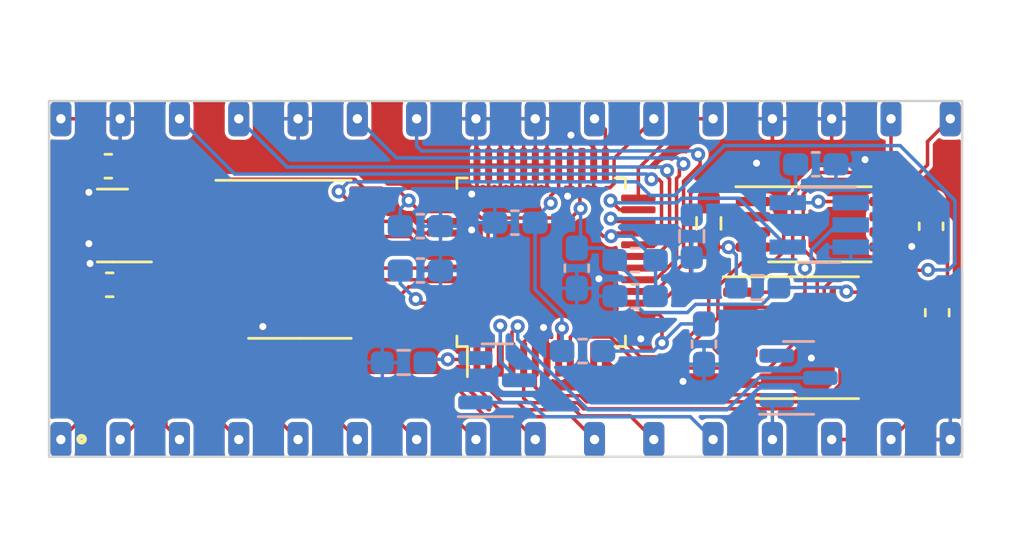
<source format=kicad_pcb>
(kicad_pcb (version 20221018) (generator pcbnew)
  (layers (0 "F.Cu" signal) (31 "B.Cu" signal) (34 "B.Paste" user) (35 "F.Paste" user) (36 "B.SilkS" user "B.Silkscreen") (37 "F.SilkS" user "F.Silkscreen") (38 "B.Mask" user) (39 "F.Mask" user) (44 "Edge.Cuts" user))
  (net 0 "")
  (net 1 "GND")
  (net 2 "/V3P3A")
  (net 3 "+3.3V")
  (net 4 "+5V")
  (net 5 "/V1P8")
  (net 6 "/V1P8A")
  (net 7 "Net-(U4-ISET)")
  (net 8 "/P1LED1")
  (net 9 "Net-(U4-EED_IO)")
  (net 10 "Net-(U5-DI)")
  (net 11 "/~{WE}")
  (net 12 "Net-(U3-A->B)")
  (net 13 "/~{CS}")
  (net 14 "Net-(U2-Pad4)")
  (net 15 "Net-(U3-CE)")
  (net 16 "Net-(U4-CMD)")
  (net 17 "/~{CMD}")
  (net 18 "Net-(U4-~{WR})")
  (net 19 "/D0")
  (net 20 "/D1")
  (net 21 "/D2")
  (net 22 "/D3")
  (net 23 "/D4")
  (net 24 "/D5")
  (net 25 "/D6")
  (net 26 "/D7")
  (net 27 "Net-(U3-B7)")
  (net 28 "Net-(U3-B6)")
  (net 29 "Net-(U3-B5)")
  (net 30 "Net-(U3-B4)")
  (net 31 "Net-(U3-B3)")
  (net 32 "Net-(U3-B2)")
  (net 33 "Net-(U3-B1)")
  (net 34 "Net-(U3-B0)")
  (net 35 "/P1LED0")
  (net 36 "/PME")
  (net 37 "/~{INTR}")
  (net 38 "Net-(U4-EESK)")
  (net 39 "Net-(U4-EECS)")
  (net 40 "/RXP1")
  (net 41 "/RXM1")
  (net 42 "/TXP1")
  (net 43 "/TXM1")
  (net 44 "Net-(U4-~{RST})")
  (net 45 "/XTAL1")
  (net 46 "/XTAL2")
  (net 48 "/~{RST}")
  (net 49 "Net-(D1-K)")
  (net 50 "Net-(D2-K)")
  (net 51 "Net-(U2-Pad2)")
  (footprint "Package_SO:TSSOP-20_4.4x6.5mm_P0.65mm" (layer "F.Cu") (at 128.1362 57.8198)
    (fp_text reference "U3" hide)
    (fp_text value "74LVC245")
  )
  (footprint "Package_SO:TSSOP-14_4.4x5mm_P0.65mm" (layer "F.Cu") (at 149.8709 61.1784)
    (fp_text reference "U2" hide)
    (fp_text value "74LVC04")
  )
  (footprint "Package_SO:TSSOP-8_4.4x3mm_P0.65mm" (layer "F.Cu") (at 150.412 56.3212)
    (fp_text reference "U5" hide)
    (fp_text value "93CxxA")
  )
  (footprint "Package_QFP:LQFP-48_7x7mm_P0.5mm" (layer "F.Cu") (at 138.474 57.9468 90)
    (fp_text reference "U4" hide)
    (fp_text value "KSZ8851-11MLL")
  )
  (footprint "Capacitor_SMD:C_0603_1608Metric_Pad1.08x0.95mm_HandSolder" (layer "F.Cu") (at 155.4412 60.1058 -90)
    (fp_text reference "C9" hide)
    (fp_text value "4.7u")
  )
  (footprint "Resistor_SMD:R_0603_1608Metric_Pad0.98x0.95mm_HandSolder" (layer "F.Cu") (at 145.6545 56.2802 -90)
    (fp_text reference "R6" hide)
    (fp_text value "0")
  )
  (footprint "anachron:DIP-32_pin_header" (layer "F.Cu") (at 142.03 58.67 90)
    (fp_text reference "SOCKET2" hide)
    (fp_text value "Conn_02x20_Counter_Clockwise")
  )
  (footprint "Capacitor_SMD:C_0603_1608Metric_Pad1.08x0.95mm_HandSolder" (layer "F.Cu") (at 119.932 53.832 180)
    (fp_text reference "C3" hide)
    (fp_text value "4.7u")
  )
  (footprint "Package_TO_SOT_SMD:SOT-23" (layer "F.Cu") (at 120.1075 56.372 180)
    (fp_text reference "U1" hide)
    (fp_text value "LM3480-3.3")
  )
  (footprint "Capacitor_SMD:C_0603_1608Metric_Pad1.08x0.95mm_HandSolder" (layer "F.Cu") (at 155.1795 56.4072 -90)
    (fp_text reference "C4" hide)
    (fp_text value "4.7u")
  )
  (footprint "Capacitor_SMD:C_0603_1608Metric_Pad1.08x0.95mm_HandSolder" (layer "F.Cu") (at 119.99 58.912 180)
    (fp_text reference "C13" hide)
    (fp_text value "4.7u")
  )
  (footprint "Inductor_SMD:L_0603_1608Metric_Pad1.05x0.95mm_HandSolder" (layer "B.Cu") (at 142.5 57.85)
    (fp_text reference "FB1" hide)
    (fp_text value "FerriteBead_Small")
  )
  (footprint "Capacitor_SMD:C_0603_1608Metric_Pad1.08x0.95mm_HandSolder" (layer "B.Cu") (at 150.2375 53.75)
    (fp_text reference "C5" hide)
    (fp_text value "4.7u")
  )
  (footprint "Capacitor_SMD:C_0603_1608Metric_Pad1.08x0.95mm_HandSolder" (layer "B.Cu") (at 133.3 56.4)
    (fp_text reference "C6" hide)
    (fp_text value "4.7u")
  )
  (footprint "Capacitor_SMD:C_0603_1608Metric_Pad1.08x0.95mm_HandSolder" (layer "B.Cu") (at 133.3 58.3)
    (fp_text reference "C7" hide)
    (fp_text value "4.7u")
  )
  (footprint "Package_TO_SOT_SMD:SOT-23" (layer "B.Cu") (at 136.5944 63.0014)
    (fp_text reference "D1" hide)
    (fp_text value "BAT54")
  )
  (footprint "Capacitor_SMD:C_0603_1608Metric_Pad1.08x0.95mm_HandSolder" (layer "B.Cu") (at 137.35 56.25 180)
    (fp_text reference "C11" hide)
    (fp_text value "4.7u")
  )
  (footprint "Resistor_SMD:R_0603_1608Metric_Pad0.98x0.95mm_HandSolder" (layer "B.Cu") (at 147.7459 59.0284)
    (fp_text reference "R3" hide)
    (fp_text value "1k")
  )
  (footprint "Capacitor_SMD:C_0603_1608Metric_Pad1.08x0.95mm_HandSolder" (layer "B.Cu") (at 145.45 61.45 -90)
    (fp_text reference "C12" hide)
    (fp_text value "4.7u")
  )
  (footprint "Capacitor_SMD:C_0603_1608Metric_Pad1.08x0.95mm_HandSolder" (layer "B.Cu") (at 140 58.2 -90)
    (fp_text reference "C8" hide)
    (fp_text value "4.7u")
  )
  (footprint "Resistor_SMD:R_0603_1608Metric_Pad0.98x0.95mm_HandSolder" (layer "B.Cu") (at 132.5812 62.2394)
    (fp_text reference "R2" hide)
    (fp_text value "1k")
  )
  (footprint "Capacitor_SMD:C_0603_1608Metric_Pad1.08x0.95mm_HandSolder" (layer "B.Cu") (at 142.5 59.4 180)
    (fp_text reference "C10" hide)
    (fp_text value "4.7u")
  )
  (footprint "Package_TO_SOT_SMD:SOT-23" (layer "B.Cu") (at 149.5 62.9)
    (fp_text reference "D2" hide)
    (fp_text value "BAT54")
  )
  (footprint "Package_TO_SOT_SMD:SOT-23-5_HandSoldering" (layer "B.Cu") (at 150.3866 56.3466 180)
    (fp_text reference "U6" hide)
    (fp_text value "74LVC1G04")
  )
  (footprint "Inductor_SMD:L_0603_1608Metric_Pad1.05x0.95mm_HandSolder" (layer "B.Cu") (at 140.25 61.75)
    (fp_text reference "FB2" hide)
    (fp_text value "FerriteBead_Small")
  )
  (footprint "Resistor_SMD:R_0603_1608Metric_Pad0.98x0.95mm_HandSolder" (layer "B.Cu") (at 144.9256 56.8292 90)
    (fp_text reference "R1" hide)
    (fp_text value "3.01k")
  )
  (gr_line (start 117.392 66.278) (end 117.392 51.038) (stroke (width 0.1)) (layer "Edge.Cuts"))
  (gr_line (start 117.392 51.038) (end 156.508 51.038) (stroke (width 0.1)) (layer "Edge.Cuts"))
  (gr_line (start 156.508 51.038) (end 156.508 66.278) (stroke (width 0.1)) (layer "Edge.Cuts"))
  (gr_line (start 156.508 66.278) (end 117.392 66.278) (stroke (width 0.1)) (layer "Edge.Cuts"))
  (segment (start 155.1795 57.2697) (end 153.301 57.2697) (width 0.15) (layer "F.Cu") (net 1))
  (segment (start 137.298 55.05) (end 137.224 54.976) (width 0.15) (layer "F.Cu") (net 1))
  (segment (start 135.68 53.7403) (end 135.724 53.7843) (width 0.15) (layer "F.Cu") (net 1))
  (segment (start 138.724 54.826) (end 138.574 54.976) (width 0.15) (layer "F.Cu") (net 1))
  (segment (start 136.224 53.7843) (end 136.224 54.826) (width 0.15) (layer "F.Cu") (net 1))
  (segment (start 136.224 54.826) (end 136.025 55.025) (width 0.15) (layer "F.Cu") (net 1))
  (segment (start 119.0695 54.9195) (end 119.1 54.95) (width 0.15) (layer "F.Cu") (net 1))
  (segment (start 140.947397 58.653692) (end 141.404289 58.1968) (width 0.15) (layer "F.Cu") (net 1))
  (segment (start 138.724 53.7843) (end 138.724 54.826) (width 0.15) (layer "F.Cu") (net 1))
  (segment (start 135.3282 55.1968) (end 135.5 55.025) (width 0.15) (layer "F.Cu") (net 1))
  (segment (start 137.724 55.026) (end 137.7 55.05) (width 0.15) (layer "F.Cu") (net 1))
  (segment (start 138.5756 60.7408) (end 138.724 60.8892) (width 0.15) (layer "F.Cu") (net 1))
  (segment (start 138.224 54.976) (end 138.15 55.05) (width 0.15) (layer "F.Cu") (net 1))
  (segment (start 140.05 52.8) (end 139.75 52.5) (width 0.15) (layer "F.Cu") (net 1))
  (segment (start 135.724 54.801) (end 135.5 55.025) (width 0.15) (layer "F.Cu") (net 1))
  (segment (start 138.22 53.7803) (end 138.224 53.7843) (width 0.15) (layer "F.Cu") (net 1))
  (segment (start 139.724 52.526) (end 139.75 52.5) (width 0.15) (layer "F.Cu") (net 1))
  (segment (start 148.38 53.02) (end 147.7 53.7) (width 0.15) (layer "F.Cu") (net 1))
  (segment (start 126.5052 60.7448) (end 126.55 60.7) (width 0.15) (layer "F.Cu") (net 1))
  (segment (start 136.724 53.7843) (end 136.724 54.976) (width 0.15) (layer "F.Cu") (net 1))
  (segment (start 138.224 53.7843) (end 138.224 54.976) (width 0.15) (layer "F.Cu") (net 1))
  (segment (start 135.129132 56.1968) (end 135.496146 56.563814) (width 0.15) (layer "F.Cu") (net 1))
  (segment (start 137.15 55.05) (end 136.798 55.05) (width 0.15) (layer "F.Cu") (net 1))
  (segment (start 137.224 54.976) (end 137.15 55.05) (width 0.15) (layer "F.Cu") (net 1))
  (segment (start 138.15 55.05) (end 137.748 55.05) (width 0.15) (layer "F.Cu") (net 1))
  (segment (start 140.724 53.7843) (end 140.724 53.046801) (width 0.15) (layer "F.Cu") (net 1))
  (segment (start 138.574 54.976) (end 138.224 54.976) (width 0.15) (layer "F.Cu") (net 1))
  (segment (start 135.68 51.8) (end 135.68 53.7403) (width 0.15) (layer "F.Cu") (net 1))
  (segment (start 140.724 53.046801) (end 140.477199 52.8) (width 0.15) (layer "F.Cu") (net 1))
  (segment (start 138.724 60.8892) (end 138.724 62.5665) (width 0.15) (layer "F.Cu") (net 1))
  (segment (start 139.724 53.7843) (end 139.724 52.526) (width 0.15) (layer "F.Cu") (net 1))
  (segment (start 148.38 51.8) (end 148.38 53.02) (width 0.15) (layer "F.Cu") (net 1))
  (segment (start 140.477199 52.8) (end 140.05 52.8) (width 0.15) (layer "F.Cu") (net 1))
  (segment (start 137.748 55.05) (end 137.724 55.026) (width 0.15) (layer "F.Cu") (net 1))
  (segment (start 142.742175 60.802475) (end 142.6365 60.6968) (width 0.15) (layer "F.Cu") (net 1))
  (segment (start 135.724 53.7843) (end 135.724 54.801) (width 0.15) (layer "F.Cu") (net 1))
  (segment (start 119.17 57.08) (end 119.1 57.15) (width 0.15) (layer "F.Cu") (net 1))
  (segment (start 134.3115 56.1968) (end 135.129132 56.1968) (width 0.15) (layer "F.Cu") (net 1))
  (segment (start 139.724 54.999959) (end 139.608032 55.115927) (width 0.15) (layer "F.Cu") (net 1))
  (segment (start 153.301 57.2697) (end 153.2745 57.2962) (width 0.15) (layer "F.Cu") (net 1))
  (segment (start 136.498 55.1) (end 136.224 54.826) (width 0.15) (layer "F.Cu") (net 1))
  (segment (start 136.025 55.025) (end 135.5 55.025) (width 0.15) (layer "F.Cu") (net 1))
  (segment (start 142.742175 61.225) (end 142.742175 60.802475) (width 0.15) (layer "F.Cu") (net 1))
  (segment (start 137.224 53.7843) (end 137.224 54.976) (width 0.15) (layer "F.Cu") (net 1))
  (segment (start 136.724 54.976) (end 136.6 55.1) (width 0.15) (layer "F.Cu") (net 1))
  (segment (start 136.6 55.1) (end 136.498 55.1) (width 0.15) (layer "F.Cu") (net 1))
  (segment (start 119.0695 53.832) (end 119.0695 54.9195) (width 0.15) (layer "F.Cu") (net 1))
  (segment (start 138.22 51.8) (end 138.22 53.7803) (width 0.15) (layer "F.Cu") (net 1))
  (segment (start 119.17 56.372) (end 119.17 57.08) (width 0.15) (layer "F.Cu") (net 1))
  (segment (start 125.2737 60.7448) (end 126.5052 60.7448) (width 0.15) (layer "F.Cu") (net 1))
  (segment (start 139.724 53.7843) (end 139.724 54.999959) (width 0.15) (layer "F.Cu") (net 1))
  (segment (start 134.3115 55.1968) (end 135.3282 55.1968) (width 0.15) (layer "F.Cu") (net 1))
  (segment (start 141.404289 58.1968) (end 142.6365 58.1968) (width 0.15) (layer "F.Cu") (net 1))
  (segment (start 119.1275 58.0225) (end 119.15 58) (width 0.15) (layer "F.Cu") (net 1))
  (segment (start 137.7 55.05) (end 137.298 55.05) (width 0.15) (layer "F.Cu") (net 1))
  (segment (start 119.1275 58.912) (end 119.1275 58.0225) (width 0.15) (layer "F.Cu") (net 1))
  (segment (start 137.724 53.7843) (end 137.724 55.026) (width 0.15) (layer "F.Cu") (net 1))
  (segment (start 136.798 55.05) (end 136.724 54.976) (width 0.15) (layer "F.Cu") (net 1))
  (via (at 139.75 52.5) (size 0.6) (drill 0.3) (layers "F.Cu" "B.Cu") (net 1))
  (via (at 139.608032 55.115927) (size 0.6) (drill 0.3) (layers "F.Cu" "B.Cu") (net 1))
  (via (at 142.742175 61.225) (size 0.6) (drill 0.3) (layers "F.Cu" "B.Cu") (net 1))
  (via (at 135.496146 56.563814) (size 0.6) (drill 0.3) (layers "F.Cu" "B.Cu") (net 1))
  (via (at 144.55 63.05) (size 0.6) (drill 0.3) (layers "F.Cu" "B.Cu") (net 1))
  (via (at 119.1 54.95) (size 0.6) (drill 0.3) (layers "F.Cu" "B.Cu") (net 1))
  (via (at 119.15 58) (size 0.6) (drill 0.3) (layers "F.Cu" "B.Cu") (net 1))
  (via (at 119.1 57.15) (size 0.6) (drill 0.3) (layers "F.Cu" "B.Cu") (net 1))
  (via (at 135.5 55.025) (size 0.6) (drill 0.3) (layers "F.Cu" "B.Cu") (net 1))
  (via (at 152.35 53.55) (size 0.6) (drill 0.3) (layers "F.Cu" "B.Cu") (net 1))
  (via (at 150.05 62.05) (size 0.6) (drill 0.3) (layers "F.Cu" "B.Cu") (net 1))
  (via (at 138.5756 60.7408) (size 0.6) (drill 0.3) (layers "F.Cu" "B.Cu") (net 1))
  (via (at 154.35 57.2697) (size 0.6) (drill 0.3) (layers "F.Cu" "B.Cu") (net 1))
  (via (at 126.55 60.7) (size 0.6) (drill 0.3) (layers "F.Cu" "B.Cu") (net 1))
  (via (at 147.7 53.7) (size 0.6) (drill 0.3) (layers "F.Cu" "B.Cu") (net 1))
  (via (at 140.947397 58.653692) (size 0.6) (drill 0.3) (layers "F.Cu" "B.Cu") (net 1))
  (segment (start 153.25 55.355) (end 153.25 56.7132) (width 0.15) (layer "B.Cu") (net 1))
  (segment (start 153.25 56.7132) (end 152.6666 57.2966) (width 0.15) (layer "B.Cu") (net 1))
  (segment (start 151.1 53.75) (end 151.645 53.75) (width 0.15) (layer "B.Cu") (net 1))
  (segment (start 152.6666 57.2966) (end 151.7366 57.2966) (width 0.15) (layer "B.Cu") (net 1))
  (segment (start 151.645 53.75) (end 153.25 55.355) (width 0.15) (layer "B.Cu") (net 1))
  (segment (start 141.1292 56.8292) (end 141.4712 56.8292) (width 0.15) (layer "F.Cu") (net 2))
  (segment (start 141.599 53.501) (end 141.599 54.573144) (width 0.15) (layer "F.Cu") (net 2))
  (segment (start 141.25 54.75) (end 140.9208 55.0792) (width 0.15) (layer "F.Cu") (net 2))
  (segment (start 140.9208 55.0792) (end 140.9208 56.6208) (width 0.15) (layer "F.Cu") (net 2))
  (segment (start 141.422144 54.75) (end 141.25 54.75) (width 0.15) (layer "F.Cu") (net 2))
  (segment (start 142.6365 56.6968) (end 141.6036 56.6968) (width 0.15) (layer "F.Cu") (net 2))
  (segment (start 141.6036 56.6968) (end 141.4712 56.8292) (width 0.15) (layer "F.Cu") (net 2))
  (segment (start 143.3 51.8) (end 141.599 53.501) (width 0.15) (layer "F.Cu") (net 2))
  (segment (start 140.9208 56.6208) (end 141.1292 56.8292) (width 0.15) (layer "F.Cu") (net 2))
  (segment (start 141.599 54.573144) (end 141.422144 54.75) (width 0.15) (layer "F.Cu") (net 2))
  (via (at 141.4712 56.8292) (size 0.6) (drill 0.3) (layers "F.Cu" "B.Cu") (net 2))
  (segment (start 143.375 59.3875) (end 143.3625 59.4) (width 0.15) (layer "B.Cu") (net 2))
  (segment (start 142.3542 56.8292) (end 143.375 57.85) (width 0.15) (layer "B.Cu") (net 2))
  (segment (start 141.4712 56.8292) (end 142.3542 56.8292) (width 0.15) (layer "B.Cu") (net 2))
  (segment (start 143.375 57.85) (end 143.375 59.3875) (width 0.15) (layer "B.Cu") (net 2))
  (segment (start 153.2745 56.6462) (end 154.078 56.6462) (width 0.15) (layer "F.Cu") (net 3))
  (segment (start 140.133032 55.61141) (end 140.163048 55.641426) (width 0.15) (layer "F.Cu") (net 3))
  (segment (start 134.3115 59.6968) (end 133.2718 59.6968) (width 0.15) (layer "F.Cu") (net 3))
  (segment (start 121.045 57.322) (end 121.045 58.7195) (width 0.15) (layer "F.Cu") (net 3))
  (segment (start 135.5468 55.6968) (end 135.9 56.05) (width 0.15) (layer "F.Cu") (net 3))
  (segment (start 152.7334 59.2284) (end 151.5784 59.2284) (width 0.15) (layer "F.Cu") (net 3))
  (segment (start 130.9987 54.8948) (end 132.3948 54.8948) (width 0.15) (layer "F.Cu") (net 3))
  (segment (start 150.35 55.35) (end 150.3538 55.3462) (width 0.15) (layer "F.Cu") (net 3))
  (segment (start 123.9762 54.3908) (end 130.4947 54.3908) (width 0.15) (layer "F.Cu") (net 3))
  (segment (start 132.8 55.3) (end 133.1968 55.6968) (width 0.15) (layer "F.Cu") (net 3))
  (segment (start 150.3538 55.3462) (end 153.2745 55.3462) (width 0.15) (layer "F.Cu") (net 3))
  (segment (start 140.224 53.7843) (end 140.133032 53.875268) (width 0.15) (layer "F.Cu") (net 3))
  (segment (start 153.2745 55.3462) (end 154.981 55.3462) (width 0.15) (layer "F.Cu") (net 3))
  (segment (start 135.048999 59.6968) (end 136.2 58.545799) (width 0.15) (layer "F.Cu") (net 3))
  (segment (start 140.133032 53.875268) (end 140.133032 55.61141) (width 0.15) (layer "F.Cu") (net 3))
  (segment (start 134.3115 55.6968) (end 135.5468 55.6968) (width 0.15) (layer "F.Cu") (net 3))
  (segment (start 134.3115 59.6968) (end 135.048999 59.6968) (width 0.15) (layer "F.Cu") (net 3))
  (segment (start 120.8525 62.5875) (end 117.9 65.54) (width 0.15) (layer "F.Cu") (net 3))
  (segment (start 139.754474 56.05) (end 140.163048 55.641426) (width 0.15) (layer "F.Cu") (net 3))
  (segment (start 121.045 57.322) (end 123.9762 54.3908) (width 0.15) (layer "F.Cu") (net 3))
  (segment (start 121.045 58.7195) (end 120.8525 58.912) (width 0.15) (layer "F.Cu") (net 3))
  (segment (start 155.8795 56.2447) (end 155.8795 58.805) (width 0.15) (layer "F.Cu") (net 3))
  (segment (start 155.1795 55.5447) (end 155.8795 56.2447) (width 0.15) (layer "F.Cu") (net 3))
  (segment (start 136.15 56.05) (end 139.754474 56.05) (width 0.15) (layer "F.Cu") (net 3))
  (segment (start 136.2 58.545799) (end 136.2 56.1) (width 0.15) (layer "F.Cu") (net 3))
  (segment (start 133.1968 55.6968) (end 134.3115 55.6968) (width 0.15) (layer "F.Cu") (net 3))
  (segment (start 151.5784 59.2284) (end 151.55 59.2) (width 0.15) (layer "F.Cu") (net 3))
  (segment (start 154.078 56.6462) (end 155.1795 55.5447) (width 0.15) (layer "F.Cu") (net 3))
  (segment (start 130.4947 54.3908) (end 130.9987 54.8948) (width 0.15) (layer "F.Cu") (net 3))
  (segment (start 152.7334 59.2284) (end 155.4263 59.2284) (width 0.15) (layer "F.Cu") (net 3))
  (segment (start 155.4263 59.2284) (end 155.4412 59.2433) (width 0.15) (layer "F.Cu") (net 3))
  (segment (start 136.2 56.1) (end 136.15 56.05) (width 0.15) (layer "F.Cu") (net 3))
  (segment (start 132.3948 54.8948) (end 132.8 55.3) (width 0.15) (layer "F.Cu") (net 3))
  (segment (start 120.8525 58.912) (end 120.8525 62.5875) (width 0.15) (layer "F.Cu") (net 3))
  (segment (start 133.2718 59.6968) (end 133.1 59.525) (width 0.15) (layer "F.Cu") (net 3))
  (segment (start 154.981 55.3462) (end 155.1795 55.5447) (width 0.15) (layer "F.Cu") (net 3))
  (segment (start 135.9 56.05) (end 136.15 56.05) (width 0.15) (layer "F.Cu") (net 3))
  (segment (start 155.8795 58.805) (end 155.4412 59.2433) (width 0.15) (layer "F.Cu") (net 3))
  (via (at 140.163048 55.641426) (size 0.6) (drill 0.3) (layers "F.Cu" "B.Cu") (net 3))
  (via (at 132.8 55.3) (size 0.6) (drill 0.3) (layers "F.Cu" "B.Cu") (net 3))
  (via (at 151.55 59.2) (size 0.6) (drill 0.3) (layers "F.Cu" "B.Cu") (net 3))
  (via (at 150.35 55.35) (size 0.6) (drill 0.3) (layers "F.Cu" "B.Cu") (net 3))
  (via (at 133.1 59.525) (size 0.6) (drill 0.3) (layers "F.Cu" "B.Cu") (net 3))
  (segment (start 142.6 59.835656) (end 142.864344 60.1) (width 0.15) (layer "B.Cu") (net 3))
  (segment (start 142.864344 60.1) (end 144.739344 60.1) (width 0.15) (layer "B.Cu") (net 3))
  (segment (start 140 57.3375) (end 141.1125 57.3375) (width 0.15) (layer "B.Cu") (net 3))
  (segment (start 132.4375 58.3) (end 132.4375 58.8625) (width 0.15) (layer "B.Cu") (net 3))
  (segment (start 132.4375 55.6625) (end 132.8 55.3) (width 0.15) (layer "B.Cu") (net 3))
  (segment (start 144.739344 60.1) (end 145.089344 59.75) (width 0.15) (layer "B.Cu") (net 3))
  (segment (start 149.0366 55.3966) (end 150.3034 55.3966) (width 0.15) (layer "B.Cu") (net 3))
  (segment (start 140.163048 57.174452) (end 140 57.3375) (width 0.15) (layer "B.Cu") (net 3))
  (segment (start 150.3034 55.3966) (end 150.35 55.35) (width 0.15) (layer "B.Cu") (net 3))
  (segment (start 147.9368 59.75) (end 148.6584 59.0284) (width 0.15) (layer "B.Cu") (net 3))
  (segment (start 132.4375 58.8625) (end 133.1 59.525) (width 0.15) (layer "B.Cu") (net 3))
  (segment (start 141.6869 57.7447) (end 141.649 57.7068) (width 0.15) (layer "B.Cu") (net 3))
  (segment (start 149.375 53.75) (end 149.375 55.0582) (width 0.15) (layer "B.Cu") (net 3))
  (segment (start 141.4712 57.529) (end 141.649 57.7068) (width 0.15) (layer "B.Cu") (net 3))
  (segment (start 149.375 55.0582) (end 149.0366 55.3966) (width 0.15) (layer "B.Cu") (net 3))
  (segment (start 141.625 57.85) (end 142.6 58.825) (width 0.15) (layer "B.Cu") (net 3))
  (segment (start 151.55 59.2) (end 151.3784 59.0284) (width 0.15) (layer "B.Cu") (net 3))
  (segment (start 141.1125 57.3375) (end 141.625 57.85) (width 0.15) (layer "B.Cu") (net 3))
  (segment (start 145.089344 59.75) (end 147.9368 59.75) (width 0.15) (layer "B.Cu") (net 3))
  (segment (start 140.163048 55.641426) (end 140.163048 57.174452) (width 0.15) (layer "B.Cu") (net 3))
  (segment (start 142.6 58.825) (end 142.6 59.835656) (width 0.15) (layer "B.Cu") (net 3))
  (segment (start 151.3784 59.0284) (end 148.6584 59.0284) (width 0.15) (layer "B.Cu") (net 3))
  (segment (start 132.4375 56.4) (end 132.4375 55.6625) (width 0.15) (layer "B.Cu") (net 3))
  (segment (start 117.9 51.8) (end 118.7625 51.8) (width 0.15) (layer "F.Cu") (net 4))
  (segment (start 121.045 54.0825) (end 120.7945 53.832) (width 0.15) (layer "F.Cu") (net 4))
  (segment (start 118.7625 51.8) (end 120.7945 53.832) (width 0.15) (layer "F.Cu") (net 4))
  (segment (start 121.045 55.422) (end 121.045 54.0825) (width 0.15) (layer "F.Cu") (net 4))
  (segment (start 139.224 53.7843) (end 139.224 54.757496) (width 0.15) (layer "F.Cu") (net 5))
  (segment (start 138.882516 55.09898) (end 138.882516 55.411472) (width 0.15) (layer "F.Cu") (net 5))
  (segment (start 139.224 54.757496) (end 138.882516 55.09898) (width 0.15) (layer "F.Cu") (net 5))
  (segment (start 139.363 60.7662) (end 139.224 60.9052) (width 0.15) (layer "F.Cu") (net 5))
  (segment (start 139.224 60.9052) (end 139.224 62.5665) (width 0.15) (layer "F.Cu") (net 5))
  (via (at 138.882516 55.411472) (size 0.6) (drill 0.3) (layers "F.Cu" "B.Cu") (net 5))
  (via (at 139.363 60.7662) (size 0.6) (drill 0.3) (layers "F.Cu" "B.Cu") (net 5))
  (segment (start 139.375 60.7782) (end 139.375 61.75) (width 0.15) (layer "B.Cu") (net 5))
  (segment (start 138.2125 56.081488) (end 138.2125 56.25) (width 0.15) (layer "B.Cu") (net 5))
  (segment (start 138.882516 55.411472) (end 138.2125 56.081488) (width 0.15) (layer "B.Cu") (net 5))
  (segment (start 139.363 60.263) (end 138.2125 59.1125) (width 0.15) (layer "B.Cu") (net 5))
  (segment (start 139.363 60.7662) (end 139.375 60.7782) (width 0.15) (layer "B.Cu") (net 5))
  (segment (start 139.363 60.7662) (end 139.363 60.263) (width 0.15) (layer "B.Cu") (net 5))
  (segment (start 138.2125 59.1125) (end 138.2125 56.25) (width 0.15) (layer "B.Cu") (net 5))
  (segment (start 143.65 61.4) (end 143.65 60.315136) (width 0.15) (layer "F.Cu") (net 6))
  (segment (start 143.65 60.315136) (end 143.531664 60.1968) (width 0.15) (layer "F.Cu") (net 6))
  (segment (start 143.531664 60.1968) (end 142.6365 60.1968) (width 0.15) (layer "F.Cu") (net 6))
  (via (at 143.65 61.4) (size 0.6) (drill 0.3) (layers "F.Cu" "B.Cu") (net 6))
  (segment (start 143.290362 61.75) (end 141.125 61.75) (width 0.15) (layer "B.Cu") (net 6))
  (segment (start 144.4625 60.5875) (end 145.45 60.5875) (width 0.15) (layer "B.Cu") (net 6))
  (segment (start 143.65 61.4) (end 143.65 61.390362) (width 0.15) (layer "B.Cu") (net 6))
  (segment (start 143.65 61.4) (end 144.4625 60.5875) (width 0.15) (layer "B.Cu") (net 6))
  (segment (start 143.65 61.390362) (end 143.290362 61.75) (width 0.15) (layer "B.Cu") (net 6))
  (segment (start 142.6365 56.1968) (end 141.568508 56.1968) (width 0.15) (layer "F.Cu") (net 7))
  (segment (start 141.568508 56.1968) (end 141.451173 56.079465) (width 0.15) (layer "F.Cu") (net 7))
  (via (at 141.451173 56.079465) (size 0.6) (drill 0.3) (layers "F.Cu" "B.Cu") (net 7))
  (segment (start 141.451173 56.079465) (end 144.762835 56.079465) (width 0.15) (layer "B.Cu") (net 7))
  (segment (start 144.762835 56.079465) (end 144.9256 55.9167) (width 0.15) (layer "B.Cu") (net 7))
  (segment (start 139.785 64.565) (end 140.76 65.54) (width 0.15) (layer "F.Cu") (net 8))
  (segment (start 135.724 62.1093) (end 134.474256 62.1093) (width 0.15) (layer "F.Cu") (net 8))
  (segment (start 136.685001 64.265) (end 137.369264 64.265) (width 0.15) (layer "F.Cu") (net 8))
  (segment (start 134.474256 62.1093) (end 134.469401 62.104445) (width 0.15) (layer "F.Cu") (net 8))
  (segment (start 137.669264 64.565) (end 139.785 64.565) (width 0.15) (layer "F.Cu") (net 8))
  (segment (start 135.724 63.303999) (end 136.685001 64.265) (width 0.15) (layer "F.Cu") (net 8))
  (segment (start 135.724 62.1093) (end 135.724 63.303999) (width 0.15) (layer "F.Cu") (net 8))
  (segment (start 137.369264 64.265) (end 137.669264 64.565) (width 0.15) (layer "F.Cu") (net 8))
  (via (at 134.469401 62.104445) (size 0.6) (drill 0.3) (layers "F.Cu" "B.Cu") (net 8))
  (segment (start 133.628655 62.104445) (end 133.4937 62.2394) (width 0.15) (layer "B.Cu") (net 8))
  (segment (start 134.469401 62.104445) (end 133.628655 62.104445) (width 0.15) (layer "B.Cu") (net 8))
  (segment (start 140.024863 60.8468) (end 141.571064 60.8468) (width 0.15) (layer "F.Cu") (net 9))
  (segment (start 139.724 62.1093) (end 139.724 61.147663) (width 0.15) (layer "F.Cu") (net 9))
  (segment (start 146.5 57.3) (end 146.4962 57.2962) (width 0.15) (layer "F.Cu") (net 9))
  (segment (start 145.6545 60.2955) (end 145.6545 57.1927) (width 0.15) (layer "F.Cu") (net 9))
  (segment (start 143.95 62) (end 145.6545 60.2955) (width 0.15) (layer "F.Cu") (net 9))
  (segment (start 146.5038 57.2962) (end 146.5 57.3) (width 0.15) (layer "F.Cu") (net 9))
  (segment (start 147.5495 57.2962) (end 146.5038 57.2962) (width 0.15) (layer "F.Cu") (net 9))
  (segment (start 145.758 57.2962) (end 145.6545 57.1927) (width 0.15) (layer "F.Cu") (net 9))
  (segment (start 139.724 61.147663) (end 140.024863 60.8468) (width 0.15) (layer "F.Cu") (net 9))
  (segment (start 142.724264 62) (end 143.95 62) (width 0.15) (layer "F.Cu") (net 9))
  (segment (start 146.4962 57.2962) (end 145.758 57.2962) (width 0.15) (layer "F.Cu") (net 9))
  (segment (start 141.571064 60.8468) (end 142.724264 62) (width 0.15) (layer "F.Cu") (net 9))
  (via (at 146.5 57.3) (size 0.6) (drill 0.3) (layers "F.Cu" "B.Cu") (net 9))
  (segment (start 146.8334 57.6334) (end 146.5 57.3) (width 0.15) (layer "B.Cu") (net 9))
  (segment (start 146.8334 59.0284) (end 146.8334 57.6334) (width 0.15) (layer "B.Cu") (net 9))
  (segment (start 147.5495 56.6462) (end 146.933 56.6462) (width 0.15) (layer "F.Cu") (net 10))
  (segment (start 146.933 56.6462) (end 145.6545 55.3677) (width 0.15) (layer "F.Cu") (net 10))
  (segment (start 154.1918 63.294154) (end 151.945954 65.54) (width 0.15) (layer "F.Cu") (net 11))
  (segment (start 154.1918 61.886536) (end 154.1918 63.294154) (width 0.15) (layer "F.Cu") (net 11))
  (segment (start 152.7334 61.1784) (end 153.483664 61.1784) (width 0.15) (layer "F.Cu") (net 11))
  (segment (start 151.945954 65.54) (end 150.92 65.54) (width 0.15) (layer "F.Cu") (net 11))
  (segment (start 153.483664 61.1784) (end 154.1918 61.886536) (width 0.15) (layer "F.Cu") (net 11))
  (segment (start 152.7334 61.8284) (end 153.7094 61.8284) (width 0.15) (layer "F.Cu") (net 12))
  (segment (start 138.05 61.045801) (end 137.724 61.371801) (width 0.15) (layer "F.Cu") (net 12))
  (segment (start 137.724 63.771208) (end 137.724 62.1093) (width 0.15) (layer "F.Cu") (net 12))
  (segment (start 153.8918 62.214) (end 153.6274 62.4784) (width 0.15) (layer "F.Cu") (net 12))
  (segment (start 137.660592 60.1396) (end 138.05 60.529008) (width 0.15) (layer "F.Cu") (net 12))
  (segment (start 152.83629 64.2254) (end 140.293928 64.2254) (width 0.15) (layer "F.Cu") (net 12))
  (segment (start 153.6274 62.4784) (end 153.6228 62.4784) (width 0.15) (layer "F.Cu") (net 12))
  (segment (start 130.288738 61.234728) (end 135.408809 61.234728) (width 0.15) (layer "F.Cu") (net 12))
  (segment (start 130.0362 58.919801) (end 130.0362 60.98219) (width 0.15) (layer "F.Cu") (net 12))
  (segment (start 137.724 61.371801) (end 137.724 62.1093) (width 0.15) (layer "F.Cu") (net 12))
  (segment (start 137.917792 63.965) (end 137.724 63.771208) (width 0.15) (layer "F.Cu") (net 12))
  (segment (start 125.2737 54.8948) (end 126.011199 54.8948) (width 0.15) (layer "F.Cu") (net 12))
  (segment (start 140.033528 63.965) (end 137.917792 63.965) (width 0.15) (layer "F.Cu") (net 12))
  (segment (start 152.7334 62.4784) (end 153.6228 62.4784) (width 0.15) (layer "F.Cu") (net 12))
  (segment (start 130.0362 60.98219) (end 130.288738 61.234728) (width 0.15) (layer "F.Cu") (net 12))
  (segment (start 140.293928 64.2254) (end 140.033528 63.965) (width 0.15) (layer "F.Cu") (net 12))
  (segment (start 153.8918 62.0108) (end 153.8918 62.214) (width 0.15) (layer "F.Cu") (net 12))
  (segment (start 153.7094 61.8284) (end 153.8918 62.0108) (width 0.15) (layer "F.Cu") (net 12))
  (segment (start 136.503937 60.1396) (end 137.660592 60.1396) (width 0.15) (layer "F.Cu") (net 12))
  (segment (start 138.05 60.529008) (end 138.05 61.045801) (width 0.15) (layer "F.Cu") (net 12))
  (segment (start 126.011199 54.8948) (end 130.0362 58.919801) (width 0.15) (layer "F.Cu") (net 12))
  (segment (start 153.6228 62.4784) (end 153.7648 62.6204) (width 0.15) (layer "F.Cu") (net 12))
  (segment (start 135.408809 61.234728) (end 136.503937 60.1396) (width 0.15) (layer "F.Cu") (net 12))
  (segment (start 153.7648 62.6204) (end 153.7648 63.29689) (width 0.15) (layer "F.Cu") (net 12))
  (segment (start 153.7648 63.29689) (end 152.83629 64.2254) (width 0.15) (layer "F.Cu") (net 12))
  (segment (start 154.4 54.4) (end 155.025 53.775) (width 0.15) (layer "F.Cu") (net 13))
  (segment (start 149.7 55.024264) (end 150.324264 54.4) (width 0.15) (layer "F.Cu") (net 13))
  (segment (start 150.324264 54.4) (end 154.4 54.4) (width 0.15) (layer "F.Cu") (net 13))
  (segment (start 150.3 59.9892) (end 150.3 57.982537) (width 0.15) (layer "F.Cu") (net 13))
  (segment (start 150.3 57.982537) (end 149.7 57.382537) (width 0.15) (layer "F.Cu") (net 13))
  (segment (start 149.7 57.382537) (end 149.7 55.024264) (width 0.15) (layer "F.Cu") (net 13))
  (segment (start 155.025 52.775) (end 156 51.8) (width 0.15) (layer "F.Cu") (net 13))
  (segment (start 155.025 53.775) (end 155.025 52.775) (width 0.15) (layer "F.Cu") (net 13))
  (segment (start 149.7608 60.5284) (end 150.3 59.9892) (width 0.15) (layer "F.Cu") (net 13))
  (segment (start 147.0084 60.5284) (end 149.7608 60.5284) (width 0.15) (layer "F.Cu") (net 13))
  (segment (start 145.8908 61.4012) (end 145.8908 61.6552) (width 0.15) (layer "F.Cu") (net 14))
  (segment (start 146.1136 61.1784) (end 145.8908 61.4012) (width 0.15) (layer "F.Cu") (net 14))
  (segment (start 145.8908 61.6552) (end 146.064 61.8284) (width 0.15) (layer "F.Cu") (net 14))
  (segment (start 147.0084 61.1784) (end 146.1136 61.1784) (width 0.15) (layer "F.Cu") (net 14))
  (segment (start 146.064 61.8284) (end 147.0084 61.8284) (width 0.15) (layer "F.Cu") (net 14))
  (segment (start 129.8 54.9) (end 129.8 54.9158) (width 0.15) (layer "F.Cu") (net 15))
  (segment (start 130.4448 55.5448) (end 129.8 54.9) (width 0.15) (layer "F.Cu") (net 15))
  (segment (start 155.046535 58.273592) (end 155.030783 58.289344) (width 0.15) (layer "F.Cu") (net 15))
  (segment (start 144.198528 62.6) (end 141.7147 62.6) (width 0.15) (layer "F.Cu") (net 15))
  (segment (start 150.6 59.05) (end 150.6 60.113464) (width 0.15) (layer "F.Cu") (net 15))
  (segment (start 151.360656 58.289344) (end 150.6 59.05) (width 0.15) (layer "F.Cu") (net 15))
  (segment (start 148.235064 62.4784) (end 147.0084 62.4784) (width 0.15) (layer "F.Cu") (net 15))
  (segment (start 155.030783 58.289344) (end 151.360656 58.289344) (width 0.15) (layer "F.Cu") (net 15))
  (segment (start 150.6 60.113464) (end 148.235064 62.4784) (width 0.15) (layer "F.Cu") (net 15))
  (segment (start 144.320128 62.4784) (end 144.198528 62.6) (width 0.15) (layer "F.Cu") (net 15))
  (segment (start 130.9987 55.5448) (end 130.4448 55.5448) (width 0.15) (layer "F.Cu") (net 15))
  (segment (start 141.7147 62.6) (end 141.224 62.1093) (width 0.15) (layer "F.Cu") (net 15))
  (segment (start 147.0084 62.4784) (end 144.320128 62.4784) (width 0.15) (layer "F.Cu") (net 15))
  (via (at 155.046535 58.273592) (size 0.6) (drill 0.3) (layers "F.Cu" "B.Cu") (net 15))
  (via (at 129.8 54.9158) (size 0.6) (drill 0.3) (layers "F.Cu" "B.Cu") (net 15))
  (segment (start 142.565137 54.5) (end 130.2158 54.5) (width 0.15) (layer "B.Cu") (net 15))
  (segment (start 146.31988 52.95) (end 144.18494 55.08494) (width 0.15) (layer "B.Cu") (net 15))
  (segment (start 143.150077 55.08494) (end 142.565137 54.5) (width 0.15) (layer "B.Cu") (net 15))
  (segment (start 155.926408 58.273592) (end 156.2 58) (width 0.15) (layer "B.Cu") (net 15))
  (segment (start 144.18494 55.08494) (end 143.150077 55.08494) (width 0.15) (layer "B.Cu") (net 15))
  (segment (start 156.2 55.3) (end 153.85 52.95) (width 0.15) (layer "B.Cu") (net 15))
  (segment (start 156.2 58) (end 156.2 55.3) (width 0.15) (layer "B.Cu") (net 15))
  (segment (start 155.046535 58.273592) (end 155.926408 58.273592) (width 0.15) (layer "B.Cu") (net 15))
  (segment (start 153.85 52.95) (end 146.31988 52.95) (width 0.15) (layer "B.Cu") (net 15))
  (segment (start 130.2158 54.5) (end 129.8 54.9158) (width 0.15) (layer "B.Cu") (net 15))
  (segment (start 140.724 62.846799) (end 140.724 62.1093) (width 0.15) (layer "F.Cu") (net 16))
  (segment (start 150.8294 63.6254) (end 141.502601 63.6254) (width 0.15) (layer "F.Cu") (net 16))
  (segment (start 151.2756 60.8678) (end 151.2756 63.1792) (width 0.15) (layer "F.Cu") (net 16))
  (segment (start 141.502601 63.6254) (end 140.724 62.846799) (width 0.15) (layer "F.Cu") (net 16))
  (segment (start 151.615 60.5284) (end 151.2756 60.8678) (width 0.15) (layer "F.Cu") (net 16))
  (segment (start 152.7334 60.5284) (end 151.615 60.5284) (width 0.15) (layer "F.Cu") (net 16))
  (segment (start 151.2756 63.1792) (end 150.8294 63.6254) (width 0.15) (layer "F.Cu") (net 16))
  (segment (start 153.470899 59.8784) (end 154.4918 60.899301) (width 0.15) (layer "F.Cu") (net 17))
  (segment (start 154.4918 60.899301) (end 154.4918 64.5082) (width 0.15) (layer "F.Cu") (net 17))
  (segment (start 152.7334 59.8784) (end 153.470899 59.8784) (width 0.15) (layer "F.Cu") (net 17))
  (segment (start 154.4918 64.5082) (end 153.46 65.54) (width 0.15) (layer "F.Cu") (net 17))
  (segment (start 138.224 63.303999) (end 138.585001 63.665) (width 0.15) (layer "F.Cu") (net 18))
  (segment (start 150.9612 63.9254) (end 151.7582 63.1284) (width 0.15) (layer "F.Cu") (net 18))
  (segment (start 138.224 62.1093) (end 138.224 63.303999) (width 0.15) (layer "F.Cu") (net 18))
  (segment (start 140.418192 63.9254) (end 150.9612 63.9254) (width 0.15) (layer "F.Cu") (net 18))
  (segment (start 138.585001 63.665) (end 140.157792 63.665) (width 0.15) (layer "F.Cu") (net 18))
  (segment (start 140.157792 63.665) (end 140.418192 63.9254) (width 0.15) (layer "F.Cu") (net 18))
  (segment (start 151.7582 63.1284) (end 152.7334 63.1284) (width 0.15) (layer "F.Cu") (net 18))
  (segment (start 120.44 65.54) (end 122.0992 63.8808) (width 0.15) (layer "F.Cu") (net 19))
  (segment (start 122.0992 63.8808) (end 122.0992 57.636536) (width 0.15) (layer "F.Cu") (net 19))
  (segment (start 124.190936 55.5448) (end 125.2737 55.5448) (width 0.15) (layer "F.Cu") (net 19))
  (segment (start 122.0992 57.636536) (end 124.190936 55.5448) (width 0.15) (layer "F.Cu") (net 19))
  (segment (start 122.3992 57.7608) (end 122.3992 64.9592) (width 0.15) (layer "F.Cu") (net 20))
  (segment (start 125.2737 56.1948) (end 123.9652 56.1948) (width 0.15) (layer "F.Cu") (net 20))
  (segment (start 123.9652 56.1948) (end 122.3992 57.7608) (width 0.15) (layer "F.Cu") (net 20))
  (segment (start 122.3992 64.9592) (end 122.98 65.54) (width 0.15) (layer "F.Cu") (net 20))
  (segment (start 123.742 64.5) (end 124.48 64.5) (width 0.15) (layer "F.Cu") (net 21))
  (segment (start 122.6992 63.4572) (end 123.742 64.5) (width 0.15) (layer "F.Cu") (net 21))
  (segment (start 124.1232 56.8448) (end 122.6992 58.2688) (width 0.15) (layer "F.Cu") (net 21))
  (segment (start 122.6992 58.2688) (end 122.6992 63.4572) (width 0.15) (layer "F.Cu") (net 21))
  (segment (start 125.2737 56.8448) (end 124.1232 56.8448) (width 0.15) (layer "F.Cu") (net 21))
  (segment (start 124.48 64.5) (end 125.52 65.54) (width 0.15) (layer "F.Cu") (net 21))
  (segment (start 122.9992 58.6388) (end 122.9992 63.332936) (width 0.15) (layer "F.Cu") (net 22))
  (segment (start 123.827132 64.160868) (end 126.680868 64.160868) (width 0.15) (layer "F.Cu") (net 22))
  (segment (start 125.2737 57.4948) (end 124.1432 57.4948) (width 0.15) (layer "F.Cu") (net 22))
  (segment (start 126.680868 64.160868) (end 128.06 65.54) (width 0.15) (layer "F.Cu") (net 22))
  (segment (start 124.1432 57.4948) (end 122.9992 58.6388) (width 0.15) (layer "F.Cu") (net 22))
  (segment (start 122.9992 63.332936) (end 123.827132 64.160868) (width 0.15) (layer "F.Cu") (net 22))
  (segment (start 128.920868 63.860868) (end 130.6 65.54) (width 0.15) (layer "F.Cu") (net 23))
  (segment (start 125.2737 58.1448) (end 124.536201 58.1448) (width 0.15) (layer "F.Cu") (net 23))
  (segment (start 124.536201 58.1448) (end 123.2992 59.381801) (width 0.15) (layer "F.Cu") (net 23))
  (segment (start 123.2992 59.381801) (end 123.2992 63.164068) (width 0.15) (layer "F.Cu") (net 23))
  (segment (start 123.996 63.860868) (end 128.920868 63.860868) (width 0.15) (layer "F.Cu") (net 23))
  (segment (start 123.2992 63.164068) (end 123.996 63.860868) (width 0.15) (layer "F.Cu") (net 23))
  (segment (start 123.5992 59.731802) (end 123.5992 63.039804) (width 0.15) (layer "F.Cu") (net 24))
  (segment (start 124.120264 63.560868) (end 131.160868 63.560868) (width 0.15) (layer "F.Cu") (net 24))
  (segment (start 124.536202 58.7948) (end 123.5992 59.731802) (width 0.15) (layer "F.Cu") (net 24))
  (segment (start 125.2737 58.7948) (end 124.536202 58.7948) (width 0.15) (layer "F.Cu") (net 24))
  (segment (start 131.160868 63.560868) (end 133.14 65.54) (width 0.15) (layer "F.Cu") (net 24))
  (segment (start 123.5992 63.039804) (end 124.120264 63.560868) (width 0.15) (layer "F.Cu") (net 24))
  (segment (start 123.8992 62.8792) (end 124.280868 63.260868) (width 0.15) (layer "F.Cu") (net 25))
  (segment (start 124.280868 63.260868) (end 133.400868 63.260868) (width 0.15) (layer "F.Cu") (net 25))
  (segment (start 125.2737 59.4448) (end 124.474505 59.4448) (width 0.15) (layer "F.Cu") (net 25))
  (segment (start 133.400868 63.260868) (end 135.68 65.54) (width 0.15) (layer "F.Cu") (net 25))
  (segment (start 123.8992 60.020105) (end 123.8992 62.8792) (width 0.15) (layer "F.Cu") (net 25))
  (segment (start 124.474505 59.4448) (end 123.8992 60.020105) (width 0.15) (layer "F.Cu") (net 25))
  (segment (start 125.2737 60.0948) (end 124.6592 60.0948) (width 0.15) (layer "F.Cu") (net 26))
  (segment (start 124.504 62.960868) (end 134.493498 62.960868) (width 0.15) (layer "F.Cu") (net 26))
  (segment (start 124.1992 62.656068) (end 124.504 62.960868) (width 0.15) (layer "F.Cu") (net 26))
  (segment (start 124.6592 60.0948) (end 124.1992 60.5548) (width 0.15) (layer "F.Cu") (net 26))
  (segment (start 137.245 64.565) (end 138.22 65.54) (width 0.15) (layer "F.Cu") (net 26))
  (segment (start 134.493498 62.960868) (end 136.09763 64.565) (width 0.15) (layer "F.Cu") (net 26))
  (segment (start 136.09763 64.565) (end 137.245 64.565) (width 0.15) (layer "F.Cu") (net 26))
  (segment (start 124.1992 60.5548) (end 124.1992 62.656068) (width 0.15) (layer "F.Cu") (net 26))
  (segment (start 131.0467 60.6968) (end 130.9987 60.7448) (width 0.15) (layer "F.Cu") (net 27))
  (segment (start 134.3115 60.6968) (end 131.0467 60.6968) (width 0.15) (layer "F.Cu") (net 27))
  (segment (start 131.1007 60.1968) (end 130.9987 60.0948) (width 0.15) (layer "F.Cu") (net 28))
  (segment (start 134.3115 60.1968) (end 131.1007 60.1968) (width 0.15) (layer "F.Cu") (net 28))
  (segment (start 134.3115 59.1968) (end 133.647656 59.1968) (width 0.15) (layer "F.Cu") (net 29))
  (segment (start 133.647656 59.1968) (end 133.450856 59) (width 0.15) (layer "F.Cu") (net 29))
  (segment (start 132.3552 59.4448) (end 130.9987 59.4448) (width 0.15) (layer "F.Cu") (net 29))
  (segment (start 132.8 59) (end 132.3552 59.4448) (width 0.15) (layer "F.Cu") (net 29))
  (segment (start 133.450856 59) (end 132.8 59) (width 0.15) (layer "F.Cu") (net 29))
  (segment (start 131.0967 58.6968) (end 130.9987 58.7948) (width 0.15) (layer "F.Cu") (net 30))
  (segment (start 134.3115 58.6968) (end 131.0967 58.6968) (width 0.15) (layer "F.Cu") (net 30))
  (segment (start 131.0507 58.1968) (end 130.9987 58.1448) (width 0.15) (layer "F.Cu") (net 31))
  (segment (start 134.3115 58.1968) (end 131.0507 58.1968) (width 0.15) (layer "F.Cu") (net 31))
  (segment (start 133.0678 57.6968) (end 132.8658 57.4948) (width 0.15) (layer "F.Cu") (net 32))
  (segment (start 134.3115 57.6968) (end 133.0678 57.6968) (width 0.15) (layer "F.Cu") (net 32))
  (segment (start 132.8658 57.4948) (end 130.9987 57.4948) (width 0.15) (layer "F.Cu") (net 32))
  (segment (start 133.2028 57.1968) (end 132.8508 56.8448) (width 0.15) (layer "F.Cu") (net 33))
  (segment (start 132.8508 56.8448) (end 130.9987 56.8448) (width 0.15) (layer "F.Cu") (net 33))
  (segment (start 134.3115 57.1968) (end 133.2028 57.1968) (width 0.15) (layer "F.Cu") (net 33))
  (segment (start 133.127064 56.6968) (end 132.625064 56.1948) (width 0.15) (layer "F.Cu") (net 34))
  (segment (start 134.3115 56.6968) (end 133.127064 56.6968) (width 0.15) (layer "F.Cu") (net 34))
  (segment (start 132.625064 56.1948) (end 130.9987 56.1948) (width 0.15) (layer "F.Cu") (net 34))
  (segment (start 142.2854 64.5254) (end 143.3 65.54) (width 0.15) (layer "F.Cu") (net 35))
  (segment (start 139.909264 64.265) (end 140.169664 64.5254) (width 0.15) (layer "F.Cu") (net 35))
  (segment (start 137.793528 64.265) (end 139.909264 64.265) (width 0.15) (layer "F.Cu") (net 35))
  (segment (start 136.8214 63.965) (end 137.493528 63.965) (width 0.15) (layer "F.Cu") (net 35))
  (segment (start 137.493528 63.965) (end 137.793528 64.265) (width 0.15) (layer "F.Cu") (net 35))
  (segment (start 136.224 62.1093) (end 136.224 63.3676) (width 0.15) (layer "F.Cu") (net 35))
  (segment (start 140.169664 64.5254) (end 142.2854 64.5254) (width 0.15) (layer "F.Cu") (net 35))
  (segment (start 136.224 63.3676) (end 136.8214 63.965) (width 0.15) (layer "F.Cu") (net 35))
  (segment (start 138.6406 64.565) (end 144.865 64.565) (width 0.15) (layer "B.Cu") (net 36))
  (segment (start 144.865 64.565) (end 145.84 65.54) (width 0.15) (layer "B.Cu") (net 36))
  (segment (start 135.6569 63.9514) (end 138.027 63.9514) (width 0.15) (layer "B.Cu") (net 36))
  (segment (start 138.027 63.9514) (end 138.6406 64.565) (width 0.15) (layer "B.Cu") (net 36))
  (segment (start 148.5625 63.85) (end 148.38 64.0325) (width 0.15) (layer "B.Cu") (net 37))
  (segment (start 148.38 64.0325) (end 148.38 65.54) (width 0.15) (layer "B.Cu") (net 37))
  (segment (start 148.38 57.9722) (end 148.8626 57.4896) (width 0.15) (layer "F.Cu") (net 38))
  (segment (start 146.0459 58.99101) (end 147.06471 57.9722) (width 0.15) (layer "F.Cu") (net 38))
  (segment (start 141.4468 61.1468) (end 142.6 62.3) (width 0.15) (layer "F.Cu") (net 38))
  (segment (start 148.2582 55.9962) (end 147.5495 55.9962) (width 0.15) (layer "F.Cu") (net 38))
  (segment (start 147.06471 57.9722) (end 148.38 57.9722) (width 0.15) (layer "F.Cu") (net 38))
  (segment (start 144.074264 62.3) (end 146.0459 60.328364) (width 0.15) (layer "F.Cu") (net 38))
  (segment (start 140.224 62.1093) (end 140.224 61.371801) (width 0.15) (layer "F.Cu") (net 38))
  (segment (start 148.8626 57.4896) (end 148.8626 56.6006) (width 0.15) (layer "F.Cu") (net 38))
  (segment (start 140.224 61.371801) (end 140.449001 61.1468) (width 0.15) (layer "F.Cu") (net 38))
  (segment (start 140.449001 61.1468) (end 141.4468 61.1468) (width 0.15) (layer "F.Cu") (net 38))
  (segment (start 148.8626 56.6006) (end 148.2582 55.9962) (width 0.15) (layer "F.Cu") (net 38))
  (segment (start 146.0459 60.328364) (end 146.0459 58.99101) (width 0.15) (layer "F.Cu") (net 38))
  (segment (start 142.6 62.3) (end 144.074264 62.3) (width 0.15) (layer "F.Cu") (net 38))
  (segment (start 147.5495 55.3462) (end 146.8585 54.6552) (width 0.15) (layer "F.Cu") (net 39))
  (segment (start 144.8748 58.4294) (end 143.6074 59.6968) (width 0.15) (layer "F.Cu") (net 39))
  (segment (start 146.8585 54.6552) (end 145.218844 54.6552) (width 0.15) (layer "F.Cu") (net 39))
  (segment (start 145.218844 54.6552) (end 144.8748 54.999244) (width 0.15) (layer "F.Cu") (net 39))
  (segment (start 144.8748 54.999244) (end 144.8748 58.4294) (width 0.15) (layer "F.Cu") (net 39))
  (segment (start 143.6074 59.6968) (end 142.6365 59.6968) (width 0.15) (layer "F.Cu") (net 39))
  (segment (start 145.199116 53.394316) (end 145.199116 53.323134) (width 0.15) (layer "F.Cu") (net 40))
  (segment (start 145.2812 53.771893) (end 145.2812 53.4764) (width 0.15) (layer "F.Cu") (net 40))
  (segment (start 142.6365 59.1968) (end 143.373999 59.1968) (width 0.15) (layer "F.Cu") (net 40))
  (segment (start 144.5748 54.478293) (end 145.2812 53.771893) (width 0.15) (layer "F.Cu") (net 40))
  (segment (start 145.2812 53.4764) (end 145.199116 53.394316) (width 0.15) (layer "F.Cu") (net 40))
  (segment (start 144.5748 57.995999) (end 144.5748 54.478293) (width 0.15) (layer "F.Cu") (net 40))
  (segment (start 143.373999 59.1968) (end 144.5748 57.995999) (width 0.15) (layer "F.Cu") (net 40))
  (via (at 145.199116 53.323134) (size 0.6) (drill 0.3) (layers "F.Cu" "B.Cu") (net 40))
  (segment (start 145.052715 53.176733) (end 145.199116 53.323134) (width 0.15) (layer "B.Cu") (net 40))
  (segment (start 133.14 52.9684) (end 133.348333 53.176733) (width 0.15) (layer "B.Cu") (net 40))
  (segment (start 133.348333 53.176733) (end 145.052715 53.176733) (width 0.15) (layer "B.Cu") (net 40))
  (segment (start 133.14 51.8) (end 133.14 52.9684) (width 0.15) (layer "B.Cu") (net 40))
  (segment (start 144.568448 53.729043) (end 144.395595 53.901896) (width 0.15) (layer "F.Cu") (net 41))
  (segment (start 143.373999 58.6968) (end 142.6365 58.6968) (width 0.15) (layer "F.Cu") (net 41))
  (segment (start 144.2748 54.354029) (end 144.2748 57.795999) (width 0.15) (layer "F.Cu") (net 41))
  (segment (start 144.395595 54.233234) (end 144.2748 54.354029) (width 0.15) (layer "F.Cu") (net 41))
  (segment (start 144.2748 57.795999) (end 143.373999 58.6968) (width 0.15) (layer "F.Cu") (net 41))
  (segment (start 144.395595 53.901896) (end 144.395595 54.233234) (width 0.15) (layer "F.Cu") (net 41))
  (via (at 144.568448 53.729043) (size 0.6) (drill 0.3) (layers "F.Cu" "B.Cu") (net 41))
  (segment (start 132.276733 53.476733) (end 130.6 51.8) (width 0.15) (layer "B.Cu") (net 41))
  (segment (start 144.316138 53.476733) (end 132.276733 53.476733) (width 0.15) (layer "B.Cu") (net 41))
  (segment (start 144.568448 53.729043) (end 144.316138 53.476733) (width 0.15) (layer "B.Cu") (net 41))
  (segment (start 143.870461 54.01564) (end 143.870461 54.272061) (width 0.15) (layer "F.Cu") (net 42))
  (segment (start 143.9748 54.3764) (end 143.9748 57.095999) (width 0.15) (layer "F.Cu") (net 42))
  (segment (start 143.9748 57.095999) (end 143.373999 57.6968) (width 0.15) (layer "F.Cu") (net 42))
  (segment (start 143.373999 57.6968) (end 142.6365 57.6968) (width 0.15) (layer "F.Cu") (net 42))
  (segment (start 143.870461 54.272061) (end 143.9748 54.3764) (width 0.15) (layer "F.Cu") (net 42))
  (via (at 143.870461 54.01564) (size 0.6) (drill 0.3) (layers "F.Cu" "B.Cu") (net 42))
  (segment (start 143.720621 53.8658) (end 127.5858 53.8658) (width 0.15) (layer "B.Cu") (net 42))
  (segment (start 127.5858 53.8658) (end 125.52 51.8) (width 0.15) (layer "B.Cu") (net 42))
  (segment (start 143.870461 54.01564) (end 143.720621 53.8658) (width 0.15) (layer "B.Cu") (net 42))
  (segment (start 143.1984 54.3908) (end 143.5032 54.3908) (width 0.15) (layer "F.Cu") (net 43))
  (segment (start 143.6302 56.940599) (end 143.373999 57.1968) (width 0.15) (layer "F.Cu") (net 43))
  (segment (start 143.5032 54.3908) (end 143.6302 54.5178) (width 0.15) (layer "F.Cu") (net 43))
  (segment (start 143.6302 54.5178) (end 143.6302 56.940599) (width 0.15) (layer "F.Cu") (net 43))
  (segment (start 143.373999 57.1968) (end 142.6365 57.1968) (width 0.15) (layer "F.Cu") (net 43))
  (via (at 143.1984 54.3908) (size 0.6) (drill 0.3) (layers "F.Cu" "B.Cu") (net 43))
  (segment (start 143.1984 54.3908) (end 142.9734 54.1658) (width 0.15) (layer "B.Cu") (net 43))
  (segment (start 125.3458 54.1658) (end 122.98 51.8) (width 0.15) (layer "B.Cu") (net 43))
  (segment (start 142.9734 54.1658) (end 125.3458 54.1658) (width 0.15) (layer "B.Cu") (net 43))
  (segment (start 141.8374 55.6968) (end 141.4458 55.3052) (width 0.15) (layer "F.Cu") (net 44))
  (segment (start 142.6365 55.6968) (end 141.8374 55.6968) (width 0.15) (layer "F.Cu") (net 44))
  (via (at 141.4458 55.3052) (size 0.6) (drill 0.3) (layers "F.Cu" "B.Cu") (net 44))
  (segment (start 144.294144 55.4) (end 144.489944 55.2042) (width 0.15) (layer "B.Cu") (net 44))
  (segment (start 144.489944 55.2042) (end 146.9442 55.2042) (width 0.15) (layer "B.Cu") (net 44))
  (segment (start 141.4458 55.3052) (end 141.5406 55.4) (width 0.15) (layer "B.Cu") (net 44))
  (segment (start 141.5406 55.4) (end 144.294144 55.4) (width 0.15) (layer "B.Cu") (net 44))
  (segment (start 146.9442 55.2042) (end 149.0366 57.2966) (width 0.15) (layer "B.Cu") (net 44))
  (segment (start 142.6365 53.9367) (end 144.7732 51.8) (width 0.15) (layer "F.Cu") (net 45))
  (segment (start 142.6365 55.1968) (end 142.6365 53.9367) (width 0.15) (layer "F.Cu") (net 45))
  (segment (start 144.7732 51.8) (end 145.84 51.8) (width 0.15) (layer "F.Cu") (net 45))
  (segment (start 141.224 53.7843) (end 141.224 52.264) (width 0.15) (layer "F.Cu") (net 46))
  (segment (start 141.224 52.264) (end 140.76 51.8) (width 0.15) (layer "F.Cu") (net 46))
  (segment (start 153.46 51.8) (end 153.46 53.54) (width 0.15) (layer "F.Cu") (net 48))
  (segment (start 149.25 55.05) (end 149.25 58.3722) (width 0.15) (layer "F.Cu") (net 48))
  (segment (start 152.9 54.1) (end 150.2 54.1) (width 0.15) (layer "F.Cu") (net 48))
  (segment (start 148.3938 59.2284) (end 147.0084 59.2284) (width 0.15) (layer "F.Cu") (net 48))
  (segment (start 150.2 54.1) (end 149.25 55.05) (width 0.15) (layer "F.Cu") (net 48))
  (segment (start 149.25 58.3722) (end 148.3938 59.2284) (width 0.15) (layer "F.Cu") (net 48))
  (segment (start 153.46 53.54) (end 152.9 54.1) (width 0.15) (layer "F.Cu") (net 48))
  (segment (start 136.724 60.6672) (end 136.724 62.5665) (width 0.15) (layer "F.Cu") (net 49))
  (segment (start 136.7214 60.6646) (end 136.724 60.6672) (width 0.15) (layer "F.Cu") (net 49))
  (via (at 136.7214 60.6646) (size 0.6) (drill 0.3) (layers "F.Cu" "B.Cu") (net 49))
  (segment (start 136.7214 60.6646) (end 136.7214 62.1909) (width 0.15) (layer "B.Cu") (net 49))
  (segment (start 136.7214 62.1909) (end 137.5319 63.0014) (width 0.15) (layer "B.Cu") (net 49))
  (segment (start 137.470888 60.692359) (end 137.224 60.939247) (width 0.15) (layer "F.Cu") (net 50))
  (segment (start 137.224 60.939247) (end 137.224 62.5665) (width 0.15) (layer "F.Cu") (net 50))
  (via (at 137.470888 60.692359) (size 0.6) (drill 0.3) (layers "F.Cu" "B.Cu") (net 50))
  (segment (start 137.470888 60.692359) (end 137.470888 61.251174) (width 0.15) (layer "B.Cu") (net 50))
  (segment (start 146.435 64.265) (end 147.8 62.9) (width 0.15) (layer "B.Cu") (net 50))
  (segment (start 137.470888 61.251174) (end 140.484714 64.265) (width 0.15) (layer "B.Cu") (net 50))
  (segment (start 147.8 62.9) (end 150.4375 62.9) (width 0.15) (layer "B.Cu") (net 50))
  (segment (start 140.484714 64.265) (end 146.435 64.265) (width 0.15) (layer "B.Cu") (net 50))
  (segment (start 149.775 59.2442) (end 149.1408 59.8784) (width 0.15) (layer "F.Cu") (net 51))
  (segment (start 149.1408 59.8784) (end 147.0084 59.8784) (width 0.15) (layer "F.Cu") (net 51))
  (segment (start 149.775 58.2) (end 149.775 59.2442) (width 0.15) (layer "F.Cu") (net 51))
  (via (at 149.775 58.2) (size 0.6) (drill 0.3) (layers "F.Cu" "B.Cu") (net 51))
  (segment (start 149.775 58.2) (end 150.0416 57.9334) (width 0.15) (layer "B.Cu") (net 51))
  (segment (start 150.0416 57.4366) (end 151.1316 56.3466) (width 0.15) (layer "B.Cu") (net 51))
  (segment (start 151.1316 56.3466) (end 151.7366 56.3466) (width 0.15) (layer "B.Cu") (net 51))
  (segment (start 150.0416 57.9334) (end 150.0416 57.4366) (width 0.15) (layer "B.Cu") (net 51))
  (zone (net 1) (net_name "GND") (layers "F&B.Cu") (connect_pads (clearance 0.15)) (min_thickness 0.15) (fill yes (thermal_gap 0.15) (thermal_bridge_width 0.15))
    (polygon (pts (xy 117.45 51.05) (xy 156.45 51.05) (xy 156.45 66.29) (xy 117.45 66.29)))
  )
)
</source>
